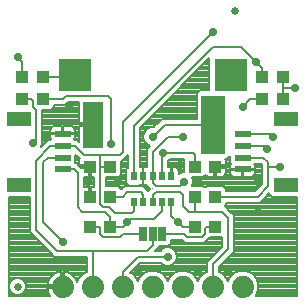
<source format=gtl>
G75*
%MOIN*%
%OFA0B0*%
%FSLAX25Y25*%
%IPPOS*%
%LPD*%
%AMOC8*
5,1,8,0,0,1.08239X$1,22.5*
%
%ADD10R,0.07874X0.04724*%
%ADD11R,0.05315X0.02362*%
%ADD12R,0.04331X0.03937*%
%ADD13R,0.02500X0.05000*%
%ADD14C,0.02500*%
%ADD15C,0.07400*%
%ADD16R,0.07874X0.19685*%
%ADD17R,0.06693X0.15748*%
%ADD18R,0.01969X0.03150*%
%ADD19R,0.00000X0.00000*%
%ADD20R,0.10950X0.10950*%
%ADD21C,0.00800*%
%ADD22C,0.02900*%
D10*
X0138865Y0078976D03*
X0138865Y0101024D03*
X0227802Y0101024D03*
X0227802Y0078976D03*
D11*
X0213333Y0084094D03*
X0213333Y0088031D03*
X0213333Y0091969D03*
X0213333Y0095906D03*
X0153333Y0095906D03*
X0153333Y0091969D03*
X0153333Y0088031D03*
X0153333Y0084094D03*
D12*
X0162487Y0085000D03*
X0169180Y0085000D03*
X0169180Y0075000D03*
X0162487Y0075000D03*
X0162487Y0065000D03*
X0169180Y0065000D03*
X0197487Y0065000D03*
X0204180Y0065000D03*
X0204180Y0075000D03*
X0197487Y0075000D03*
X0197487Y0085000D03*
X0204180Y0085000D03*
X0219987Y0107500D03*
X0226680Y0107500D03*
X0226680Y0115000D03*
X0219987Y0115000D03*
X0146680Y0115000D03*
X0139987Y0115000D03*
X0139987Y0107500D03*
X0146680Y0107500D03*
D13*
X0180133Y0062500D03*
X0183333Y0062500D03*
X0186533Y0062500D03*
D14*
X0138333Y0045000D03*
X0210833Y0137000D03*
D15*
X0213333Y0045000D03*
X0203333Y0045000D03*
X0193333Y0045000D03*
X0183333Y0045000D03*
X0173333Y0045000D03*
X0163333Y0045000D03*
X0153333Y0045000D03*
D16*
X0203609Y0099000D03*
D17*
X0163648Y0099000D03*
D18*
X0177034Y0081831D03*
X0180184Y0081831D03*
X0183333Y0081831D03*
X0186483Y0081831D03*
X0189633Y0081831D03*
X0189633Y0073169D03*
X0186483Y0073169D03*
X0183333Y0073169D03*
X0180184Y0073169D03*
X0177034Y0073169D03*
D19*
X0183333Y0077500D03*
D20*
X0157333Y0115500D03*
X0209333Y0115500D03*
D21*
X0135333Y0075014D02*
X0135333Y0042000D01*
X0149209Y0042000D01*
X0148971Y0042327D01*
X0148607Y0043042D01*
X0148359Y0043806D01*
X0148233Y0044599D01*
X0148233Y0044600D01*
X0152933Y0044600D01*
X0152933Y0045400D01*
X0148233Y0045400D01*
X0148233Y0045401D01*
X0148359Y0046194D01*
X0148607Y0046958D01*
X0148971Y0047673D01*
X0149443Y0048322D01*
X0150011Y0048890D01*
X0150660Y0049362D01*
X0151376Y0049726D01*
X0152139Y0049974D01*
X0152932Y0050100D01*
X0152933Y0050100D01*
X0152933Y0045400D01*
X0153733Y0045400D01*
X0153733Y0050100D01*
X0153735Y0050100D01*
X0154528Y0049974D01*
X0155291Y0049726D01*
X0156006Y0049362D01*
X0156656Y0048890D01*
X0157223Y0048322D01*
X0157695Y0047673D01*
X0158060Y0046958D01*
X0158213Y0046487D01*
X0158840Y0048002D01*
X0160331Y0049493D01*
X0161333Y0049908D01*
X0161333Y0055000D01*
X0150505Y0055000D01*
X0149333Y0056172D01*
X0142333Y0063172D01*
X0142333Y0075014D01*
X0135333Y0075014D01*
X0135333Y0074336D02*
X0142333Y0074336D01*
X0142333Y0073537D02*
X0135333Y0073537D01*
X0135333Y0072739D02*
X0142333Y0072739D01*
X0142333Y0071940D02*
X0135333Y0071940D01*
X0135333Y0071142D02*
X0142333Y0071142D01*
X0142333Y0070343D02*
X0135333Y0070343D01*
X0135333Y0069545D02*
X0142333Y0069545D01*
X0142333Y0068746D02*
X0135333Y0068746D01*
X0135333Y0067948D02*
X0142333Y0067948D01*
X0142333Y0067149D02*
X0135333Y0067149D01*
X0135333Y0066351D02*
X0142333Y0066351D01*
X0142333Y0065552D02*
X0135333Y0065552D01*
X0135333Y0064754D02*
X0142333Y0064754D01*
X0142333Y0063955D02*
X0135333Y0063955D01*
X0135333Y0063157D02*
X0142348Y0063157D01*
X0143147Y0062358D02*
X0135333Y0062358D01*
X0135333Y0061560D02*
X0143945Y0061560D01*
X0144744Y0060761D02*
X0135333Y0060761D01*
X0135333Y0059963D02*
X0145542Y0059963D01*
X0146341Y0059164D02*
X0135333Y0059164D01*
X0135333Y0058366D02*
X0147139Y0058366D01*
X0147938Y0057567D02*
X0135333Y0057567D01*
X0135333Y0056769D02*
X0148736Y0056769D01*
X0149535Y0055970D02*
X0135333Y0055970D01*
X0135333Y0055172D02*
X0150333Y0055172D01*
X0151333Y0057000D02*
X0163333Y0057000D01*
X0181333Y0057000D01*
X0183333Y0059000D01*
X0183333Y0062500D01*
X0180133Y0062500D02*
X0173333Y0062500D01*
X0172333Y0061500D01*
X0166833Y0061500D01*
X0165833Y0062500D01*
X0165833Y0064500D01*
X0165333Y0065000D01*
X0162487Y0065000D01*
X0169180Y0065000D02*
X0169180Y0068154D01*
X0167333Y0070000D01*
X0159833Y0070000D01*
X0158333Y0071500D01*
X0158333Y0083000D01*
X0157239Y0084094D01*
X0153333Y0084094D01*
X0157498Y0086094D02*
X0157591Y0086188D01*
X0157591Y0088914D01*
X0158333Y0088172D01*
X0158333Y0088172D01*
X0159013Y0087492D01*
X0158922Y0087153D01*
X0158922Y0085400D01*
X0162087Y0085400D01*
X0162087Y0084600D01*
X0162887Y0084600D01*
X0162887Y0081631D01*
X0163833Y0081631D01*
X0163833Y0078368D01*
X0162887Y0078368D01*
X0162887Y0075400D01*
X0162087Y0075400D01*
X0162087Y0078368D01*
X0160333Y0078368D01*
X0160333Y0081631D01*
X0162087Y0081631D01*
X0162087Y0084600D01*
X0159562Y0084600D01*
X0159162Y0085000D01*
X0158067Y0086094D01*
X0157498Y0086094D01*
X0157591Y0086314D02*
X0158922Y0086314D01*
X0158922Y0087112D02*
X0157591Y0087112D01*
X0157591Y0087911D02*
X0158594Y0087911D01*
X0157796Y0088709D02*
X0157591Y0088709D01*
X0160333Y0089000D02*
X0165833Y0089000D01*
X0172333Y0089000D01*
X0173333Y0090000D01*
X0173333Y0100000D01*
X0203333Y0130000D01*
X0203333Y0125000D02*
X0212833Y0125000D01*
X0217833Y0120000D01*
X0219987Y0117846D01*
X0219987Y0115000D01*
X0226680Y0115000D02*
X0226680Y0111155D01*
X0230679Y0111155D01*
X0226680Y0111155D02*
X0226680Y0107500D01*
X0219987Y0107500D02*
X0215833Y0107500D01*
X0213333Y0105000D01*
X0202258Y0110443D02*
X0199009Y0110443D01*
X0198072Y0109505D01*
X0198072Y0101000D01*
X0186505Y0101000D01*
X0185333Y0099828D01*
X0183555Y0098050D01*
X0182727Y0098050D01*
X0181606Y0097586D01*
X0180748Y0096728D01*
X0180283Y0095607D01*
X0180283Y0094393D01*
X0180748Y0093272D01*
X0181606Y0092414D01*
X0182535Y0092030D01*
X0181333Y0090828D01*
X0181333Y0084805D01*
X0180276Y0084805D01*
X0180276Y0081923D01*
X0180092Y0081923D01*
X0180092Y0084805D01*
X0179034Y0084805D01*
X0179034Y0097872D01*
X0202258Y0121097D01*
X0202258Y0110443D01*
X0202258Y0111068D02*
X0192229Y0111068D01*
X0193028Y0111866D02*
X0202258Y0111866D01*
X0202258Y0112665D02*
X0193826Y0112665D01*
X0194625Y0113463D02*
X0202258Y0113463D01*
X0202258Y0114262D02*
X0195423Y0114262D01*
X0196222Y0115060D02*
X0202258Y0115060D01*
X0202258Y0115859D02*
X0197020Y0115859D01*
X0197819Y0116657D02*
X0202258Y0116657D01*
X0202258Y0117456D02*
X0198617Y0117456D01*
X0199416Y0118254D02*
X0202258Y0118254D01*
X0202258Y0119053D02*
X0200214Y0119053D01*
X0201013Y0119851D02*
X0202258Y0119851D01*
X0202258Y0120650D02*
X0201811Y0120650D01*
X0203333Y0125000D02*
X0177034Y0098701D01*
X0177034Y0081831D01*
X0174450Y0081523D02*
X0172099Y0081523D01*
X0172008Y0081431D02*
X0172945Y0082369D01*
X0172945Y0087000D01*
X0173162Y0087000D01*
X0174333Y0088172D01*
X0175034Y0088872D01*
X0175034Y0084652D01*
X0174450Y0084068D01*
X0174450Y0079593D01*
X0175387Y0078656D01*
X0178681Y0078656D01*
X0178909Y0078884D01*
X0179015Y0078856D01*
X0180092Y0078856D01*
X0180092Y0081738D01*
X0180276Y0081738D01*
X0180276Y0078856D01*
X0181333Y0078856D01*
X0181333Y0078672D01*
X0182333Y0077672D01*
X0182505Y0077500D01*
X0182505Y0077500D01*
X0181833Y0076828D01*
X0181333Y0077328D01*
X0180162Y0078500D01*
X0174005Y0078500D01*
X0172945Y0077440D01*
X0172945Y0077631D01*
X0172008Y0078568D01*
X0167833Y0078568D01*
X0167833Y0081431D01*
X0172008Y0081431D01*
X0172897Y0082321D02*
X0174450Y0082321D01*
X0174450Y0083120D02*
X0172945Y0083120D01*
X0172945Y0083918D02*
X0174450Y0083918D01*
X0175034Y0084717D02*
X0172945Y0084717D01*
X0172945Y0085515D02*
X0175034Y0085515D01*
X0175034Y0086314D02*
X0172945Y0086314D01*
X0173274Y0087112D02*
X0175034Y0087112D01*
X0175034Y0087911D02*
X0174072Y0087911D01*
X0174871Y0088709D02*
X0175034Y0088709D01*
X0179034Y0088709D02*
X0181333Y0088709D01*
X0181333Y0087911D02*
X0179034Y0087911D01*
X0179034Y0087112D02*
X0181333Y0087112D01*
X0181333Y0086314D02*
X0179034Y0086314D01*
X0179034Y0085515D02*
X0181333Y0085515D01*
X0180276Y0084717D02*
X0180092Y0084717D01*
X0180092Y0083918D02*
X0180276Y0083918D01*
X0180276Y0083120D02*
X0180092Y0083120D01*
X0180092Y0082321D02*
X0180276Y0082321D01*
X0180276Y0081523D02*
X0180092Y0081523D01*
X0180092Y0080724D02*
X0180276Y0080724D01*
X0180276Y0079926D02*
X0180092Y0079926D01*
X0180092Y0079127D02*
X0180276Y0079127D01*
X0180333Y0078329D02*
X0181676Y0078329D01*
X0181132Y0077530D02*
X0182475Y0077530D01*
X0184333Y0078500D02*
X0192333Y0078500D01*
X0193833Y0080000D01*
X0196883Y0079926D02*
X0219833Y0079926D01*
X0219833Y0079328D02*
X0217505Y0077000D01*
X0207945Y0077000D01*
X0207945Y0077631D01*
X0207008Y0078568D01*
X0201352Y0078568D01*
X0200833Y0078050D01*
X0200315Y0078568D01*
X0196542Y0078568D01*
X0196883Y0079393D01*
X0196883Y0080607D01*
X0196542Y0081431D01*
X0200315Y0081431D01*
X0200975Y0082091D01*
X0201155Y0081911D01*
X0201474Y0081727D01*
X0201830Y0081631D01*
X0203780Y0081631D01*
X0203780Y0084600D01*
X0204580Y0084600D01*
X0204580Y0085400D01*
X0207745Y0085400D01*
X0207745Y0087153D01*
X0207650Y0087509D01*
X0207622Y0087557D01*
X0208209Y0087557D01*
X0209076Y0088425D01*
X0209076Y0086188D01*
X0209399Y0085864D01*
X0209371Y0085816D01*
X0209276Y0085460D01*
X0209276Y0084285D01*
X0213143Y0084285D01*
X0213143Y0083904D01*
X0213524Y0083904D01*
X0213524Y0084285D01*
X0217391Y0084285D01*
X0217391Y0085460D01*
X0217295Y0085816D01*
X0217267Y0085864D01*
X0217435Y0086031D01*
X0219473Y0086031D01*
X0219833Y0085672D01*
X0219833Y0079328D01*
X0219632Y0079127D02*
X0196773Y0079127D01*
X0196835Y0080724D02*
X0219833Y0080724D01*
X0219833Y0081523D02*
X0216209Y0081523D01*
X0216175Y0081513D02*
X0216531Y0081609D01*
X0216850Y0081793D01*
X0217111Y0082054D01*
X0217295Y0082373D01*
X0217391Y0082729D01*
X0217391Y0083904D01*
X0213524Y0083904D01*
X0213524Y0081513D01*
X0216175Y0081513D01*
X0217265Y0082321D02*
X0219833Y0082321D01*
X0219833Y0083120D02*
X0217391Y0083120D01*
X0217391Y0084717D02*
X0219833Y0084717D01*
X0219833Y0085515D02*
X0217376Y0085515D01*
X0219833Y0083918D02*
X0213524Y0083918D01*
X0213143Y0083918D02*
X0207745Y0083918D01*
X0207745Y0084600D02*
X0207745Y0082847D01*
X0207650Y0082491D01*
X0207465Y0082172D01*
X0207205Y0081911D01*
X0206886Y0081727D01*
X0206529Y0081631D01*
X0204580Y0081631D01*
X0204580Y0084600D01*
X0207745Y0084600D01*
X0207745Y0085515D02*
X0209291Y0085515D01*
X0209276Y0084717D02*
X0204580Y0084717D01*
X0204580Y0083918D02*
X0203780Y0083918D01*
X0203780Y0083120D02*
X0204580Y0083120D01*
X0204580Y0082321D02*
X0203780Y0082321D01*
X0200406Y0081523D02*
X0210457Y0081523D01*
X0210492Y0081513D02*
X0213143Y0081513D01*
X0213143Y0083904D01*
X0209276Y0083904D01*
X0209276Y0082729D01*
X0209371Y0082373D01*
X0209556Y0082054D01*
X0209816Y0081793D01*
X0210135Y0081609D01*
X0210492Y0081513D01*
X0209401Y0082321D02*
X0207552Y0082321D01*
X0207745Y0083120D02*
X0209276Y0083120D01*
X0213143Y0083120D02*
X0213524Y0083120D01*
X0213524Y0082321D02*
X0213143Y0082321D01*
X0213143Y0081523D02*
X0213524Y0081523D01*
X0218833Y0078329D02*
X0207248Y0078329D01*
X0207945Y0077530D02*
X0218035Y0077530D01*
X0218333Y0075000D02*
X0221833Y0078500D01*
X0221833Y0085000D01*
X0221833Y0086500D01*
X0220302Y0088031D01*
X0213333Y0088031D01*
X0213302Y0088000D01*
X0209076Y0087911D02*
X0208562Y0087911D01*
X0209076Y0087112D02*
X0207745Y0087112D01*
X0207745Y0086314D02*
X0209076Y0086314D01*
X0213333Y0091969D02*
X0220365Y0091969D01*
X0221333Y0091000D01*
X0223333Y0095000D02*
X0222428Y0095906D01*
X0213333Y0095906D01*
X0203609Y0099000D02*
X0187333Y0099000D01*
X0183333Y0095000D01*
X0180283Y0095097D02*
X0179034Y0095097D01*
X0179034Y0094299D02*
X0180322Y0094299D01*
X0180653Y0093500D02*
X0179034Y0093500D01*
X0179034Y0092702D02*
X0181318Y0092702D01*
X0182408Y0091903D02*
X0179034Y0091903D01*
X0179034Y0091105D02*
X0181610Y0091105D01*
X0181333Y0090306D02*
X0179034Y0090306D01*
X0179034Y0089508D02*
X0181333Y0089508D01*
X0183333Y0090000D02*
X0188333Y0095000D01*
X0193333Y0095000D01*
X0184595Y0099090D02*
X0180252Y0099090D01*
X0181050Y0099888D02*
X0185393Y0099888D01*
X0186192Y0100687D02*
X0181849Y0100687D01*
X0182647Y0101485D02*
X0198072Y0101485D01*
X0198072Y0102284D02*
X0183446Y0102284D01*
X0184244Y0103082D02*
X0198072Y0103082D01*
X0198072Y0103881D02*
X0185043Y0103881D01*
X0185841Y0104679D02*
X0198072Y0104679D01*
X0198072Y0105478D02*
X0186640Y0105478D01*
X0187438Y0106276D02*
X0198072Y0106276D01*
X0198072Y0107075D02*
X0188237Y0107075D01*
X0189035Y0107873D02*
X0198072Y0107873D01*
X0198072Y0108672D02*
X0189834Y0108672D01*
X0190632Y0109470D02*
X0198072Y0109470D01*
X0198836Y0110269D02*
X0191431Y0110269D01*
X0169333Y0107500D02*
X0169333Y0092500D01*
X0165833Y0089000D02*
X0165833Y0085000D01*
X0169180Y0085000D01*
X0165833Y0085000D02*
X0165833Y0072500D01*
X0166833Y0071500D01*
X0168833Y0071500D01*
X0170833Y0069500D01*
X0176333Y0069500D01*
X0177034Y0070201D01*
X0177034Y0073169D01*
X0180184Y0073169D02*
X0180184Y0075650D01*
X0179333Y0076500D01*
X0174833Y0076500D01*
X0173333Y0075000D01*
X0169180Y0075000D01*
X0172945Y0077530D02*
X0173035Y0077530D01*
X0172248Y0078329D02*
X0173833Y0078329D01*
X0174916Y0079127D02*
X0167833Y0079127D01*
X0167833Y0079926D02*
X0174450Y0079926D01*
X0174450Y0080724D02*
X0167833Y0080724D01*
X0163833Y0080724D02*
X0160333Y0080724D01*
X0160333Y0079926D02*
X0163833Y0079926D01*
X0163833Y0079127D02*
X0160333Y0079127D01*
X0162087Y0078329D02*
X0162887Y0078329D01*
X0162887Y0077530D02*
X0162087Y0077530D01*
X0162087Y0076732D02*
X0162887Y0076732D01*
X0162887Y0075933D02*
X0162087Y0075933D01*
X0163833Y0081523D02*
X0160333Y0081523D01*
X0162087Y0082321D02*
X0162887Y0082321D01*
X0162887Y0083120D02*
X0162087Y0083120D01*
X0162087Y0083918D02*
X0162887Y0083918D01*
X0162087Y0084717D02*
X0159445Y0084717D01*
X0158922Y0085515D02*
X0158647Y0085515D01*
X0160333Y0089000D02*
X0157365Y0091969D01*
X0153333Y0091969D01*
X0149302Y0091969D01*
X0144333Y0087000D01*
X0144333Y0064000D01*
X0151333Y0057000D01*
X0153333Y0060000D02*
X0146833Y0066500D01*
X0146833Y0086500D01*
X0148365Y0088031D01*
X0153333Y0088031D01*
X0148473Y0093968D02*
X0146019Y0091514D01*
X0146383Y0092393D01*
X0146383Y0093607D01*
X0146333Y0093727D01*
X0146333Y0103931D01*
X0149508Y0103931D01*
X0150445Y0104869D01*
X0150445Y0105500D01*
X0154162Y0105500D01*
X0155162Y0106500D01*
X0158902Y0106500D01*
X0158902Y0099400D01*
X0163248Y0099400D01*
X0163248Y0098600D01*
X0158902Y0098600D01*
X0158902Y0093260D01*
X0158193Y0093968D01*
X0157435Y0093968D01*
X0157267Y0094136D01*
X0157295Y0094184D01*
X0157391Y0094540D01*
X0157391Y0095715D01*
X0153524Y0095715D01*
X0153524Y0096096D01*
X0157391Y0096096D01*
X0157391Y0097271D01*
X0157295Y0097627D01*
X0157111Y0097946D01*
X0156850Y0098207D01*
X0156531Y0098391D01*
X0156175Y0098487D01*
X0153524Y0098487D01*
X0153524Y0096096D01*
X0153143Y0096096D01*
X0153143Y0098487D01*
X0150492Y0098487D01*
X0150135Y0098391D01*
X0149816Y0098207D01*
X0149556Y0097946D01*
X0149371Y0097627D01*
X0149276Y0097271D01*
X0149276Y0096096D01*
X0153143Y0096096D01*
X0153143Y0095715D01*
X0149276Y0095715D01*
X0149276Y0094540D01*
X0149371Y0094184D01*
X0149399Y0094136D01*
X0149232Y0093968D01*
X0148473Y0093968D01*
X0148005Y0093500D02*
X0146383Y0093500D01*
X0146383Y0092702D02*
X0147207Y0092702D01*
X0146408Y0091903D02*
X0146180Y0091903D01*
X0146333Y0094299D02*
X0149341Y0094299D01*
X0149276Y0095097D02*
X0146333Y0095097D01*
X0146333Y0095896D02*
X0153143Y0095896D01*
X0153524Y0095896D02*
X0158902Y0095896D01*
X0158902Y0096694D02*
X0157391Y0096694D01*
X0157331Y0097493D02*
X0158902Y0097493D01*
X0158902Y0098291D02*
X0156704Y0098291D01*
X0158902Y0099888D02*
X0146333Y0099888D01*
X0146333Y0099090D02*
X0163248Y0099090D01*
X0158902Y0100687D02*
X0146333Y0100687D01*
X0146333Y0101485D02*
X0158902Y0101485D01*
X0158902Y0102284D02*
X0146333Y0102284D01*
X0146333Y0103082D02*
X0158902Y0103082D01*
X0158902Y0103881D02*
X0146333Y0103881D01*
X0144333Y0104000D02*
X0143333Y0105000D01*
X0143333Y0107000D01*
X0142833Y0107500D01*
X0139987Y0107500D01*
X0144333Y0104000D02*
X0144333Y0094000D01*
X0143333Y0093000D01*
X0146333Y0096694D02*
X0149276Y0096694D01*
X0149335Y0097493D02*
X0146333Y0097493D01*
X0146333Y0098291D02*
X0149963Y0098291D01*
X0153143Y0098291D02*
X0153524Y0098291D01*
X0153524Y0097493D02*
X0153143Y0097493D01*
X0153143Y0096694D02*
X0153524Y0096694D01*
X0157391Y0095097D02*
X0158902Y0095097D01*
X0158902Y0094299D02*
X0157326Y0094299D01*
X0158661Y0093500D02*
X0158902Y0093500D01*
X0179034Y0095896D02*
X0180403Y0095896D01*
X0180734Y0096694D02*
X0179034Y0096694D01*
X0179034Y0097493D02*
X0181513Y0097493D01*
X0179453Y0098291D02*
X0183796Y0098291D01*
X0183333Y0090000D02*
X0183333Y0081831D01*
X0183333Y0079500D01*
X0184333Y0078500D01*
X0184333Y0076500D02*
X0183333Y0075500D01*
X0183333Y0073169D01*
X0186483Y0073169D02*
X0186483Y0070150D01*
X0183833Y0067500D01*
X0175833Y0067500D01*
X0174833Y0066500D01*
X0173333Y0065000D01*
X0169180Y0065000D01*
X0184162Y0057000D02*
X0185333Y0058172D01*
X0185333Y0058400D01*
X0188446Y0058400D01*
X0189383Y0059337D01*
X0189383Y0060500D01*
X0193005Y0060500D01*
X0194005Y0059500D01*
X0200662Y0059500D01*
X0202593Y0061431D01*
X0206333Y0061431D01*
X0206333Y0058328D01*
X0201333Y0053328D01*
X0201333Y0051672D01*
X0201333Y0049908D01*
X0200331Y0049493D01*
X0198840Y0048002D01*
X0198333Y0046778D01*
X0197826Y0048002D01*
X0196336Y0049493D01*
X0194388Y0050300D01*
X0192279Y0050300D01*
X0190331Y0049493D01*
X0188840Y0048002D01*
X0188333Y0046778D01*
X0187826Y0048002D01*
X0186336Y0049493D01*
X0184388Y0050300D01*
X0182279Y0050300D01*
X0180331Y0049493D01*
X0178840Y0048002D01*
X0178333Y0046778D01*
X0177826Y0048002D01*
X0176336Y0049493D01*
X0175854Y0049692D01*
X0179162Y0053000D01*
X0186020Y0053000D01*
X0186606Y0052414D01*
X0187727Y0051950D01*
X0188940Y0051950D01*
X0190061Y0052414D01*
X0190919Y0053272D01*
X0191383Y0054393D01*
X0191383Y0055607D01*
X0190919Y0056728D01*
X0190061Y0057586D01*
X0188940Y0058050D01*
X0187727Y0058050D01*
X0186606Y0057586D01*
X0186020Y0057000D01*
X0184162Y0057000D01*
X0184729Y0057567D02*
X0186587Y0057567D01*
X0185333Y0058366D02*
X0206333Y0058366D01*
X0206333Y0059164D02*
X0189210Y0059164D01*
X0189383Y0059963D02*
X0193542Y0059963D01*
X0194833Y0061500D02*
X0199833Y0061500D01*
X0200833Y0062500D01*
X0200833Y0064500D01*
X0201333Y0065000D01*
X0204180Y0065000D01*
X0210333Y0064754D02*
X0231333Y0064754D01*
X0231333Y0065552D02*
X0210333Y0065552D01*
X0210333Y0066351D02*
X0231333Y0066351D01*
X0231333Y0067149D02*
X0210333Y0067149D01*
X0210333Y0067948D02*
X0231333Y0067948D01*
X0231333Y0068746D02*
X0210333Y0068746D01*
X0210333Y0068828D02*
X0209162Y0070000D01*
X0207369Y0071793D01*
X0207945Y0072369D01*
X0207945Y0073000D01*
X0219162Y0073000D01*
X0220333Y0074172D01*
X0222265Y0076103D01*
X0222265Y0075951D01*
X0223202Y0075014D01*
X0231333Y0075014D01*
X0231333Y0042000D01*
X0217827Y0042000D01*
X0218633Y0043946D01*
X0218633Y0046054D01*
X0217826Y0048002D01*
X0216336Y0049493D01*
X0214388Y0050300D01*
X0212279Y0050300D01*
X0210331Y0049493D01*
X0208840Y0048002D01*
X0208333Y0046778D01*
X0207826Y0048002D01*
X0206336Y0049493D01*
X0205333Y0049908D01*
X0205333Y0051672D01*
X0210333Y0056672D01*
X0210333Y0068828D01*
X0209617Y0069545D02*
X0231333Y0069545D01*
X0231333Y0070343D02*
X0208818Y0070343D01*
X0208020Y0071142D02*
X0231333Y0071142D01*
X0231333Y0071940D02*
X0207517Y0071940D01*
X0207945Y0072739D02*
X0231333Y0072739D01*
X0231333Y0073537D02*
X0219699Y0073537D01*
X0220333Y0074172D02*
X0220333Y0074172D01*
X0220498Y0074336D02*
X0231333Y0074336D01*
X0223082Y0075134D02*
X0221296Y0075134D01*
X0222095Y0075933D02*
X0222283Y0075933D01*
X0218333Y0075000D02*
X0204180Y0075000D01*
X0201112Y0078329D02*
X0200555Y0078329D01*
X0197487Y0075000D02*
X0197487Y0070000D01*
X0206333Y0070000D01*
X0208333Y0068000D01*
X0208333Y0057500D01*
X0203333Y0052500D01*
X0203333Y0045000D01*
X0198502Y0047187D02*
X0198164Y0047187D01*
X0197834Y0047985D02*
X0198833Y0047985D01*
X0199622Y0048784D02*
X0197045Y0048784D01*
X0196121Y0049582D02*
X0200546Y0049582D01*
X0201333Y0050381D02*
X0176542Y0050381D01*
X0176121Y0049582D02*
X0180546Y0049582D01*
X0179622Y0048784D02*
X0177045Y0048784D01*
X0177834Y0047985D02*
X0178833Y0047985D01*
X0178502Y0047187D02*
X0178164Y0047187D01*
X0173333Y0045000D02*
X0173333Y0050000D01*
X0178333Y0055000D01*
X0188333Y0055000D01*
X0186244Y0052776D02*
X0178938Y0052776D01*
X0178139Y0051978D02*
X0187660Y0051978D01*
X0189007Y0051978D02*
X0201333Y0051978D01*
X0201333Y0052776D02*
X0190423Y0052776D01*
X0191044Y0053575D02*
X0201580Y0053575D01*
X0202378Y0054373D02*
X0191375Y0054373D01*
X0191383Y0055172D02*
X0203177Y0055172D01*
X0203975Y0055970D02*
X0191233Y0055970D01*
X0190878Y0056769D02*
X0204774Y0056769D01*
X0205572Y0057567D02*
X0190079Y0057567D01*
X0186533Y0062500D02*
X0193833Y0062500D01*
X0194833Y0061500D01*
X0201125Y0059963D02*
X0206333Y0059963D01*
X0206333Y0060761D02*
X0201923Y0060761D01*
X0210333Y0060761D02*
X0231333Y0060761D01*
X0231333Y0059963D02*
X0210333Y0059963D01*
X0210333Y0059164D02*
X0231333Y0059164D01*
X0231333Y0058366D02*
X0210333Y0058366D01*
X0210333Y0057567D02*
X0231333Y0057567D01*
X0231333Y0056769D02*
X0210333Y0056769D01*
X0209632Y0055970D02*
X0231333Y0055970D01*
X0231333Y0055172D02*
X0208833Y0055172D01*
X0208035Y0054373D02*
X0231333Y0054373D01*
X0231333Y0053575D02*
X0207236Y0053575D01*
X0206438Y0052776D02*
X0231333Y0052776D01*
X0231333Y0051978D02*
X0205639Y0051978D01*
X0205333Y0051179D02*
X0231333Y0051179D01*
X0231333Y0050381D02*
X0205333Y0050381D01*
X0206121Y0049582D02*
X0210546Y0049582D01*
X0209622Y0048784D02*
X0207045Y0048784D01*
X0207834Y0047985D02*
X0208833Y0047985D01*
X0208502Y0047187D02*
X0208164Y0047187D01*
X0216121Y0049582D02*
X0231333Y0049582D01*
X0231333Y0048784D02*
X0217045Y0048784D01*
X0217834Y0047985D02*
X0231333Y0047985D01*
X0231333Y0047187D02*
X0218164Y0047187D01*
X0218495Y0046388D02*
X0231333Y0046388D01*
X0231333Y0045590D02*
X0218633Y0045590D01*
X0218633Y0044791D02*
X0231333Y0044791D01*
X0231333Y0043993D02*
X0218633Y0043993D01*
X0218322Y0043194D02*
X0231333Y0043194D01*
X0231333Y0042396D02*
X0217991Y0042396D01*
X0201333Y0051179D02*
X0177341Y0051179D01*
X0173333Y0049500D02*
X0173333Y0045000D01*
X0163333Y0045000D02*
X0163333Y0057000D01*
X0161333Y0054373D02*
X0135333Y0054373D01*
X0135333Y0053575D02*
X0161333Y0053575D01*
X0161333Y0052776D02*
X0135333Y0052776D01*
X0135333Y0051978D02*
X0161333Y0051978D01*
X0161333Y0051179D02*
X0135333Y0051179D01*
X0135333Y0050381D02*
X0161333Y0050381D01*
X0160546Y0049582D02*
X0155574Y0049582D01*
X0156762Y0048784D02*
X0159622Y0048784D01*
X0158833Y0047985D02*
X0157468Y0047985D01*
X0157943Y0047187D02*
X0158502Y0047187D01*
X0153733Y0047187D02*
X0152933Y0047187D01*
X0152933Y0047985D02*
X0153733Y0047985D01*
X0153733Y0048784D02*
X0152933Y0048784D01*
X0152933Y0049582D02*
X0153733Y0049582D01*
X0151093Y0049582D02*
X0135333Y0049582D01*
X0135333Y0048784D02*
X0149904Y0048784D01*
X0149198Y0047985D02*
X0135333Y0047985D01*
X0135333Y0047187D02*
X0136489Y0047187D01*
X0136719Y0047416D02*
X0135917Y0046614D01*
X0135483Y0045567D01*
X0135483Y0044433D01*
X0135917Y0043386D01*
X0136719Y0042584D01*
X0137766Y0042150D01*
X0138900Y0042150D01*
X0139948Y0042584D01*
X0140749Y0043386D01*
X0141183Y0044433D01*
X0141183Y0045567D01*
X0140749Y0046614D01*
X0139948Y0047416D01*
X0138900Y0047850D01*
X0137766Y0047850D01*
X0136719Y0047416D01*
X0135823Y0046388D02*
X0135333Y0046388D01*
X0135333Y0045590D02*
X0135493Y0045590D01*
X0135483Y0044791D02*
X0135333Y0044791D01*
X0135333Y0043993D02*
X0135666Y0043993D01*
X0135333Y0043194D02*
X0136109Y0043194D01*
X0135333Y0042396D02*
X0137174Y0042396D01*
X0139493Y0042396D02*
X0148936Y0042396D01*
X0148558Y0043194D02*
X0140558Y0043194D01*
X0141001Y0043993D02*
X0148329Y0043993D01*
X0148263Y0045590D02*
X0141174Y0045590D01*
X0141183Y0044791D02*
X0152933Y0044791D01*
X0152933Y0045590D02*
X0153733Y0045590D01*
X0153733Y0046388D02*
X0152933Y0046388D01*
X0148724Y0047187D02*
X0140177Y0047187D01*
X0140843Y0046388D02*
X0148422Y0046388D01*
X0186121Y0049582D02*
X0190546Y0049582D01*
X0189622Y0048784D02*
X0187045Y0048784D01*
X0187834Y0047985D02*
X0188833Y0047985D01*
X0188502Y0047187D02*
X0188164Y0047187D01*
X0210333Y0061560D02*
X0231333Y0061560D01*
X0231333Y0062358D02*
X0210333Y0062358D01*
X0210333Y0063157D02*
X0231333Y0063157D01*
X0231333Y0063955D02*
X0210333Y0063955D01*
X0197487Y0065000D02*
X0193333Y0065000D01*
X0191833Y0066500D01*
X0189633Y0068701D01*
X0189633Y0073169D01*
X0193333Y0072000D02*
X0195333Y0070000D01*
X0197487Y0070000D01*
X0193333Y0072000D02*
X0193333Y0075500D01*
X0192333Y0076500D01*
X0184333Y0076500D01*
X0186483Y0081831D02*
X0186483Y0089150D01*
X0186833Y0089500D01*
X0196833Y0089500D01*
X0197487Y0088846D01*
X0197487Y0085000D01*
X0193722Y0084717D02*
X0191133Y0084717D01*
X0191157Y0084710D02*
X0190801Y0084805D01*
X0189725Y0084805D01*
X0189725Y0081923D01*
X0189540Y0081923D01*
X0189540Y0084805D01*
X0188483Y0084805D01*
X0188483Y0086882D01*
X0188561Y0086914D01*
X0189147Y0087500D01*
X0193722Y0087500D01*
X0193722Y0083050D01*
X0193227Y0083050D01*
X0192106Y0082586D01*
X0192017Y0082497D01*
X0192017Y0083590D01*
X0191921Y0083946D01*
X0191737Y0084265D01*
X0191476Y0084526D01*
X0191157Y0084710D01*
X0191929Y0083918D02*
X0193722Y0083918D01*
X0193722Y0083120D02*
X0192017Y0083120D01*
X0189725Y0083120D02*
X0189540Y0083120D01*
X0189540Y0083918D02*
X0189725Y0083918D01*
X0189725Y0084717D02*
X0189540Y0084717D01*
X0188483Y0085515D02*
X0193722Y0085515D01*
X0193722Y0086314D02*
X0188483Y0086314D01*
X0188759Y0087112D02*
X0193722Y0087112D01*
X0189725Y0082321D02*
X0189540Y0082321D01*
X0221833Y0085000D02*
X0225833Y0085000D01*
X0169333Y0107500D02*
X0168333Y0108500D01*
X0154333Y0108500D01*
X0153333Y0107500D01*
X0146680Y0107500D01*
X0150445Y0105478D02*
X0158902Y0105478D01*
X0158902Y0106276D02*
X0154938Y0106276D01*
X0158902Y0104679D02*
X0150256Y0104679D01*
X0146680Y0115000D02*
X0156833Y0115000D01*
X0157333Y0115500D01*
X0139987Y0115000D02*
X0139987Y0119846D01*
X0138333Y0121500D01*
D22*
X0138333Y0121500D03*
X0155333Y0104500D03*
X0147833Y0094500D03*
X0143333Y0093000D03*
X0169333Y0092500D03*
X0183333Y0095000D03*
X0193333Y0095000D03*
X0186833Y0089500D03*
X0192333Y0085500D03*
X0193833Y0080000D03*
X0198333Y0080000D03*
X0218333Y0080000D03*
X0225833Y0085000D03*
X0221333Y0091000D03*
X0223333Y0095000D03*
X0213333Y0105000D03*
X0230679Y0111155D03*
X0217833Y0120000D03*
X0203333Y0130000D03*
X0171833Y0080000D03*
X0161833Y0080000D03*
X0174833Y0066500D03*
X0191833Y0066500D03*
X0218333Y0070000D03*
X0188333Y0055000D03*
X0178333Y0050000D03*
X0198333Y0050000D03*
X0208333Y0050000D03*
X0153333Y0060000D03*
M02*

</source>
